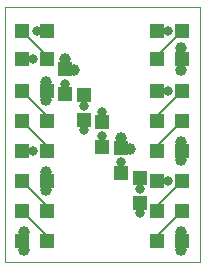
<source format=gtl>
G75*
%MOIN*%
%OFA0B0*%
%FSLAX24Y24*%
%IPPOS*%
%LPD*%
%AMOC8*
5,1,8,0,0,1.08239X$1,22.5*
%
%ADD10C,0.0000*%
%ADD11R,0.0472X0.0472*%
%ADD12C,0.0397*%
%ADD13C,0.0060*%
%ADD14C,0.0317*%
D10*
X002392Y002517D02*
X002392Y011017D01*
X008892Y011017D01*
X008892Y002517D01*
X002392Y002517D01*
D11*
X002978Y003204D03*
X003805Y003204D03*
X003805Y004204D03*
X002978Y004204D03*
X002978Y005204D03*
X003805Y005204D03*
X003805Y006204D03*
X002978Y006204D03*
X002978Y007204D03*
X003805Y007204D03*
X004392Y008103D03*
X005017Y008055D03*
X005017Y007228D03*
X005642Y007180D03*
X005642Y006353D03*
X006267Y006305D03*
X006267Y005478D03*
X006892Y005305D03*
X007478Y005204D03*
X006892Y004478D03*
X007478Y004204D03*
X008305Y004204D03*
X008305Y005204D03*
X008305Y006204D03*
X007478Y006204D03*
X007478Y007204D03*
X008305Y007204D03*
X008305Y008204D03*
X007478Y008204D03*
X007478Y009267D03*
X008305Y009267D03*
X008305Y010204D03*
X007478Y010204D03*
X004392Y008930D03*
X003805Y009267D03*
X002978Y009267D03*
X002978Y010204D03*
X003805Y010204D03*
X003805Y008204D03*
X002978Y008204D03*
X007478Y003204D03*
X008305Y003204D03*
D12*
X008267Y002892D03*
X008267Y003517D03*
X008267Y005892D03*
X008267Y006517D03*
X006579Y006267D03*
X006267Y006642D03*
X004704Y008892D03*
X004392Y009267D03*
X003767Y008517D03*
X003767Y007892D03*
X003767Y005517D03*
X003767Y004892D03*
X003017Y003517D03*
X003017Y002892D03*
X008267Y008892D03*
X008267Y009642D03*
D13*
X008267Y009305D01*
X008305Y009267D01*
X008267Y009228D01*
X008267Y008892D01*
X008305Y008204D02*
X007478Y007377D01*
X007478Y007204D01*
X007478Y006377D02*
X008305Y007204D01*
X008267Y006517D02*
X008267Y006243D01*
X008305Y006204D01*
X008267Y006166D01*
X008267Y005892D01*
X008305Y005204D02*
X007478Y004377D01*
X007478Y004204D01*
X006892Y004142D02*
X006892Y004478D01*
X006892Y004954D02*
X006892Y005305D01*
X007478Y005204D02*
X007829Y005204D01*
X007478Y006204D02*
X007478Y006377D01*
X006579Y006267D02*
X006305Y006267D01*
X006267Y006305D01*
X006267Y006642D01*
X005642Y006704D02*
X005642Y006353D01*
X006267Y005829D02*
X006267Y005478D01*
X005017Y006892D02*
X005017Y007228D01*
X005017Y007704D02*
X005017Y008055D01*
X004392Y008103D02*
X004392Y008454D01*
X004430Y008892D02*
X004392Y008930D01*
X004392Y009267D01*
X004430Y008892D02*
X004704Y008892D01*
X003805Y009267D02*
X003805Y009377D01*
X002978Y010204D01*
X003454Y010204D02*
X003805Y010204D01*
X003329Y009267D02*
X002978Y009267D01*
X003767Y008517D02*
X003767Y008243D01*
X003805Y008204D01*
X003767Y008166D01*
X003767Y007892D01*
X003805Y007377D02*
X002978Y008204D01*
X003805Y007377D02*
X003805Y007204D01*
X003805Y006377D02*
X002978Y007204D01*
X003805Y006377D02*
X003805Y006204D01*
X003329Y006204D02*
X002978Y006204D01*
X003767Y005517D02*
X003767Y005243D01*
X003805Y005204D01*
X003767Y005166D01*
X003767Y004892D01*
X003805Y004377D02*
X002978Y005204D01*
X003805Y004377D02*
X003805Y004204D01*
X003805Y003377D02*
X002978Y004204D01*
X003017Y003517D02*
X003017Y003243D01*
X002978Y003204D01*
X003017Y003166D01*
X003017Y002892D01*
X003805Y003204D02*
X003805Y003377D01*
X007478Y003377D02*
X007478Y003204D01*
X007478Y003377D02*
X008305Y004204D01*
X008267Y003517D02*
X008267Y003243D01*
X008305Y003204D01*
X008267Y003166D01*
X008267Y002892D01*
X005642Y007180D02*
X005642Y007517D01*
X007478Y008204D02*
X007829Y008204D01*
X007478Y009267D02*
X007478Y009377D01*
X008305Y010204D01*
X007829Y010204D02*
X007478Y010204D01*
D14*
X007829Y010204D03*
X007829Y008204D03*
X005642Y007517D03*
X005017Y007704D03*
X005017Y006892D03*
X005642Y006704D03*
X006267Y005829D03*
X006892Y004954D03*
X006892Y004142D03*
X007829Y005204D03*
X004392Y008454D03*
X003329Y009267D03*
X003454Y010204D03*
X003329Y006204D03*
M02*

</source>
